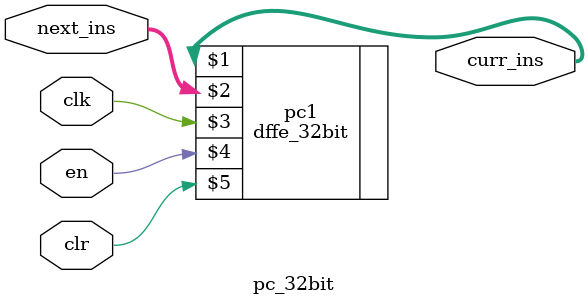
<source format=v>
module pc_32bit (curr_ins, next_ins, clk, en, clr);

	input clk, en, clr;     // PC clock, enable, clear signal
	input [31:0] next_ins;  // PC next instruction address
	output [31:0] curr_ins; // PC current instruction address
	
	// Update next instruction to current instruction
	dffe_32bit pc1 (curr_ins, next_ins, clk, en, clr);

endmodule

</source>
